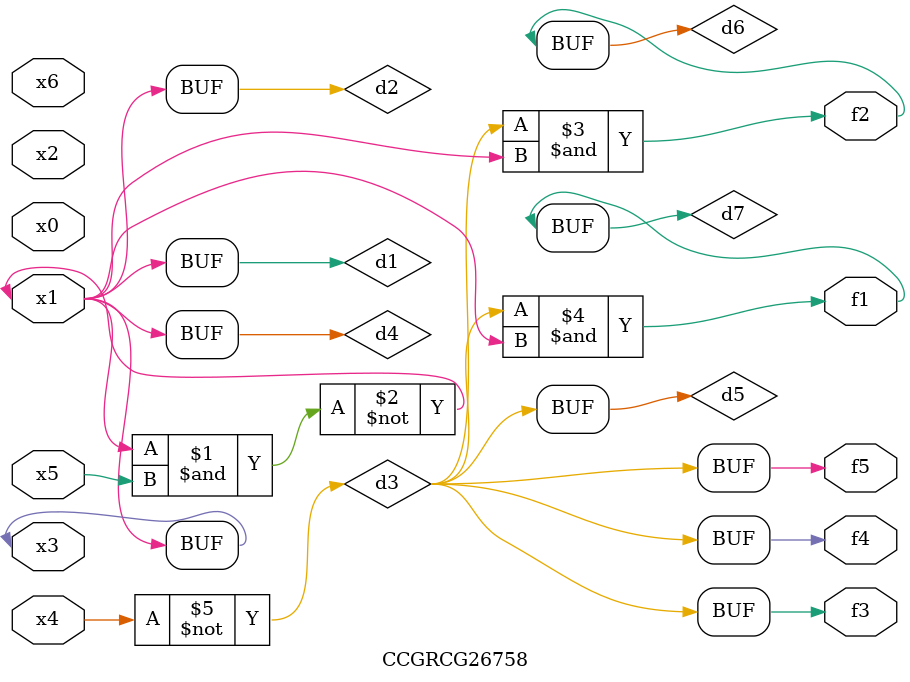
<source format=v>
module CCGRCG26758(
	input x0, x1, x2, x3, x4, x5, x6,
	output f1, f2, f3, f4, f5
);

	wire d1, d2, d3, d4, d5, d6, d7;

	buf (d1, x1, x3);
	nand (d2, x1, x5);
	not (d3, x4);
	buf (d4, d1, d2);
	buf (d5, d3);
	and (d6, d3, d4);
	and (d7, d3, d4);
	assign f1 = d7;
	assign f2 = d6;
	assign f3 = d5;
	assign f4 = d5;
	assign f5 = d5;
endmodule

</source>
